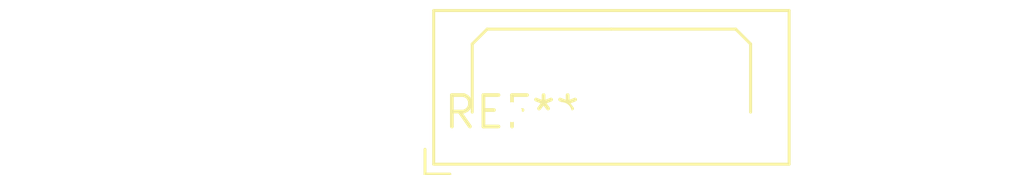
<source format=kicad_pcb>
(kicad_pcb (version 20240108) (generator pcbnew)
  (layers (0 "F.Cu" signal) (31 "B.Cu" signal) (34 "B.Paste" user) (35 "F.Paste" user) (36 "B.SilkS" user "B.Silkscreen") (37 "F.SilkS" user "F.Silkscreen") (38 "B.Mask" user) (39 "F.Mask" user) (44 "Edge.Cuts" user))
  (net 0 "")
  (footprint "Harwin_LTek-Male_2x05_P2.00mm_Vertical" (layer "F.Cu") (at 0 0)
    (property "Reference" "REF**")
    (property "Value" "Harwin_LTek-Male_2x05_P2.00mm_Vertical")
    (fp_line (start -3.5 1.5) (end -3.5 2.5) (layer "F.SilkS") (stroke (width 0.12)))
    (fp_line (start -3.5 2.5) (end -2.5 2.5) (layer "F.SilkS") (stroke (width 0.12)))
    (fp_line (start -3.15 -4.1) (end -3.15 2.1) (layer "F.SilkS") (stroke (width 0.12)))
    (fp_line (start -3.15 2.1) (end 11.15 2.1) (layer "F.SilkS") (stroke (width 0.12)))
    (fp_line (start -1.6 -2.75) (end -1 -3.35) (layer "F.SilkS") (stroke (width 0.12)))
    (fp_line (start -1.6 0) (end -1.6 -2.75) (layer "F.SilkS") (stroke (width 0.12)))
    (fp_line (start -1 -3.35) (end 4 -3.35) (layer "F.SilkS") (stroke (width 0.12)))
    (fp_line (start 9 -3.35) (end 4 -3.35) (layer "F.SilkS") (stroke (width 0.12)))
    (fp_line (start 9.6 -2.75) (end 9 -3.35) (layer "F.SilkS") (stroke (width 0.12)))
    (fp_line (start 9.6 0) (end 9.6 -2.75) (layer "F.SilkS") (stroke (width 0.12)))
    (fp_line (start 11.15 -4.1) (end -3.15 -4.1) (layer "F.SilkS") (stroke (width 0.12)))
    (fp_line (start 11.15 2.1) (end 11.15 -4.1) (layer "F.SilkS") (stroke (width 0.12)))
    (pad "1" thru_hole rect (at 0 0) (size 1.35 1.35) (drill 0.8) (layers *.Cu *.Mask) (remove_unused_layers))
    (pad "2" thru_hole circle (at 0 -2) (size 1.35 1.35) (drill 0.8) (layers *.Cu *.Mask) (remove_unused_layers))
    (pad "3" thru_hole circle (at 2 0) (size 1.35 1.35) (drill 0.8) (layers *.Cu *.Mask) (remove_unused_layers))
    (pad "4" thru_hole circle (at 2 -2) (size 1.35 1.35) (drill 0.8) (layers *.Cu *.Mask) (remove_unused_layers))
    (pad "5" thru_hole circle (at 4 0) (size 1.35 1.35) (drill 0.8) (layers *.Cu *.Mask) (remove_unused_layers))
    (pad "6" thru_hole circle (at 4 -2) (size 1.35 1.35) (drill 0.8) (layers *.Cu *.Mask) (remove_unused_layers))
    (pad "7" thru_hole circle (at 6 0) (size 1.35 1.35) (drill 0.8) (layers *.Cu *.Mask) (remove_unused_layers))
    (pad "8" thru_hole circle (at 6 -2) (size 1.35 1.35) (drill 0.8) (layers *.Cu *.Mask) (remove_unused_layers))
    (pad "9" thru_hole circle (at 8 0) (size 1.35 1.35) (drill 0.8) (layers *.Cu *.Mask) (remove_unused_layers))
    (pad "10" thru_hole circle (at 8 -2) (size 1.35 1.35) (drill 0.8) (layers *.Cu *.Mask) (remove_unused_layers))
  )
)
</source>
